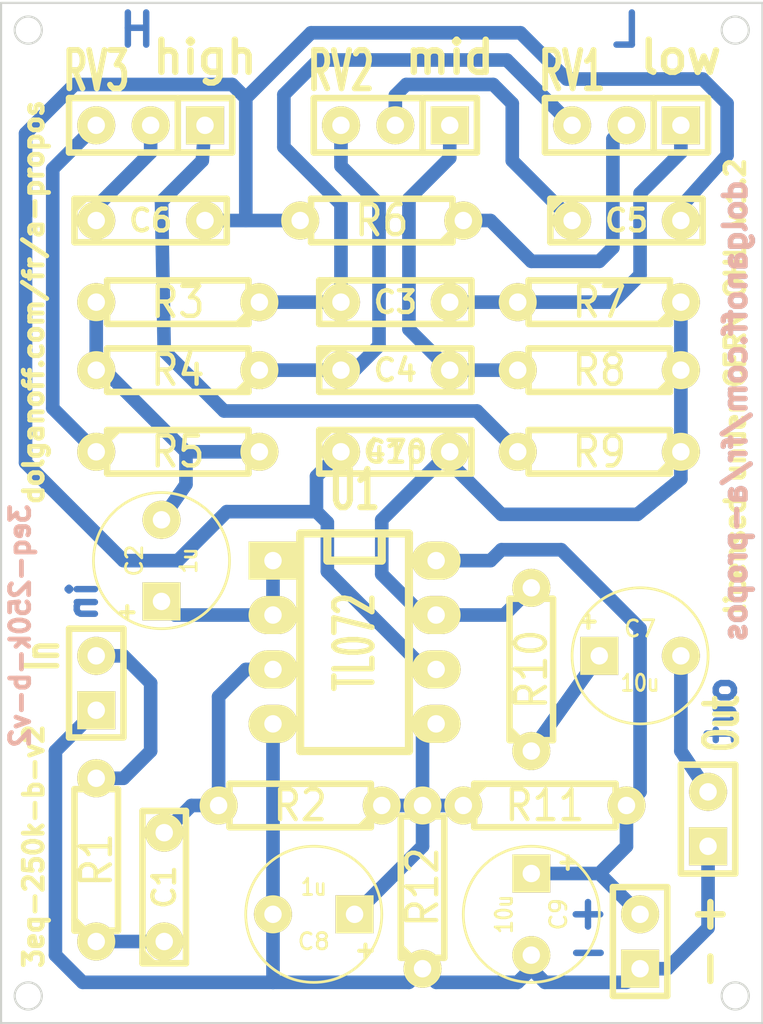
<source format=kicad_pcb>
(kicad_pcb (version 4) (host pcbnew "(2014-08-26 BZR 5101)-product")

  (general
    (links 46)
    (no_connects 0)
    (area 112.328325 75.97 148.005001 123.901708)
    (thickness 1.6)
    (drawings 26)
    (tracks 144)
    (zones 0)
    (modules 29)
    (nets 22)
  )

  (page A4)
  (layers
    (0 F.Cu signal)
    (31 B.Cu signal)
    (32 B.Adhes user hide)
    (33 F.Adhes user hide)
    (34 B.Paste user hide)
    (35 F.Paste user hide)
    (36 B.SilkS user)
    (37 F.SilkS user)
    (38 B.Mask user)
    (39 F.Mask user)
    (40 Dwgs.User user)
    (41 Cmts.User user hide)
    (42 Eco1.User user hide)
    (43 Eco2.User user hide)
    (44 Edge.Cuts user)
    (45 Margin user hide)
    (46 B.CrtYd user hide)
    (47 F.CrtYd user hide)
    (48 B.Fab user hide)
    (49 F.Fab user hide)
  )

  (setup
    (last_trace_width 0.635)
    (trace_clearance 0.508)
    (zone_clearance 0.508)
    (zone_45_only no)
    (trace_min 0.254)
    (segment_width 0.2)
    (edge_width 0.1)
    (via_size 0.889)
    (via_drill 0.635)
    (via_min_size 0.889)
    (via_min_drill 0.508)
    (uvia_size 0.508)
    (uvia_drill 0.127)
    (uvias_allowed no)
    (uvia_min_size 0.508)
    (uvia_min_drill 0.127)
    (pcb_text_width 0.3)
    (pcb_text_size 1.5 1.5)
    (mod_edge_width 0.15)
    (mod_text_size 1 1)
    (mod_text_width 0.15)
    (pad_size 1.5 1.5)
    (pad_drill 0.6)
    (pad_to_mask_clearance 0)
    (aux_axis_origin 0 0)
    (visible_elements 7FFDFFFF)
    (pcbplotparams
      (layerselection 0x010f0_80000001)
      (usegerberextensions true)
      (excludeedgelayer false)
      (linewidth 0.100000)
      (plotframeref false)
      (viasonmask false)
      (mode 1)
      (useauxorigin false)
      (hpglpennumber 1)
      (hpglpenspeed 20)
      (hpglpendiameter 15)
      (hpglpenoverlay 2)
      (psnegative false)
      (psa4output false)
      (plotreference false)
      (plotvalue true)
      (plotinvisibletext true)
      (padsonsilk true)
      (subtractmaskfromsilk true)
      (outputformat 1)
      (mirror false)
      (drillshape 0)
      (scaleselection 1)
      (outputdirectory plots/))
  )

  (net 0 "")
  (net 1 "Net-(C1-Pad1)")
  (net 2 "Net-(C1-Pad2)")
  (net 3 "Net-(C2-Pad1)")
  (net 4 "Net-(C2-Pad2)")
  (net 5 "Net-(C3-Pad1)")
  (net 6 "Net-(C3-Pad2)")
  (net 7 "Net-(C4-Pad1)")
  (net 8 "Net-(C4-Pad2)")
  (net 9 "Net-(C5-Pad1)")
  (net 10 "Net-(C6-Pad1)")
  (net 11 "Net-(C7-Pad1)")
  (net 12 "Net-(C7-Pad2)")
  (net 13 vRef)
  (net 14 GND)
  (net 15 v+)
  (net 16 "Net-(P1-Pad2)")
  (net 17 "Net-(R5-Pad1)")
  (net 18 "Net-(R6-Pad1)")
  (net 19 "Net-(R9-Pad2)")
  (net 20 "Net-(C10-Pad1)")
  (net 21 "Net-(C10-Pad2)")

  (net_class Default "This is the default net class."
    (clearance 0.508)
    (trace_width 0.635)
    (via_dia 0.889)
    (via_drill 0.635)
    (uvia_dia 0.508)
    (uvia_drill 0.127)
    (add_net GND)
    (add_net "Net-(C1-Pad1)")
    (add_net "Net-(C1-Pad2)")
    (add_net "Net-(C10-Pad1)")
    (add_net "Net-(C10-Pad2)")
    (add_net "Net-(C2-Pad1)")
    (add_net "Net-(C2-Pad2)")
    (add_net "Net-(C3-Pad1)")
    (add_net "Net-(C3-Pad2)")
    (add_net "Net-(C4-Pad1)")
    (add_net "Net-(C4-Pad2)")
    (add_net "Net-(C5-Pad1)")
    (add_net "Net-(C6-Pad1)")
    (add_net "Net-(C7-Pad1)")
    (add_net "Net-(C7-Pad2)")
    (add_net "Net-(P1-Pad2)")
    (add_net "Net-(R5-Pad1)")
    (add_net "Net-(R6-Pad1)")
    (add_net "Net-(R9-Pad2)")
    (add_net v+)
    (add_net vRef)
  )

  (module Custom:C2-LARGE_PADS (layer F.Cu) (tedit 51B5A1DF) (tstamp 53FDE2E0)
    (at 120.015 117.475 90)
    (descr "Condensateur = 2 pas")
    (tags C)
    (path /53FDBB5C)
    (fp_text reference C1 (at 0 0 90) (layer F.SilkS)
      (effects (font (size 1.016 1.016) (thickness 0.2032)))
    )
    (fp_text value 0.1u (at 0 0 90) (layer F.SilkS) hide
      (effects (font (size 1.016 1.016) (thickness 0.2032)))
    )
    (fp_line (start -3.556 -1.016) (end 3.556 -1.016) (layer F.SilkS) (width 0.3048))
    (fp_line (start 3.556 -1.016) (end 3.556 1.016) (layer F.SilkS) (width 0.3048))
    (fp_line (start 3.556 1.016) (end -3.556 1.016) (layer F.SilkS) (width 0.3048))
    (fp_line (start -3.556 1.016) (end -3.556 -1.016) (layer F.SilkS) (width 0.3048))
    (fp_line (start -3.556 -0.508) (end -3.048 -1.016) (layer F.SilkS) (width 0.3048))
    (pad 1 thru_hole circle (at -2.54 0 90) (size 1.778 1.778) (drill 0.8128) (layers *.Cu *.Mask F.SilkS)
      (net 1 "Net-(C1-Pad1)"))
    (pad 2 thru_hole circle (at 2.54 0 90) (size 1.778 1.778) (drill 0.8128) (layers *.Cu *.Mask F.SilkS)
      (net 2 "Net-(C1-Pad2)"))
    (model discret/capa_2pas_5x5mm.wrl
      (at (xyz 0 0 0))
      (scale (xyz 1 1 1))
      (rotate (xyz 0 0 0))
    )
  )

  (module Custom:C1.5V7-LARGE_PADS (layer F.Cu) (tedit 53FDDD10) (tstamp 53FDE2E8)
    (at 119.888 102.235 90)
    (descr "Condensateur e = 1.5 pas")
    (tags C)
    (path /53FE7685)
    (fp_text reference C2 (at 0 -1.26746 90) (layer F.SilkS)
      (effects (font (size 0.762 0.762) (thickness 0.127)))
    )
    (fp_text value 1u (at 0 1.27 90) (layer F.SilkS)
      (effects (font (size 0.762 0.635) (thickness 0.127)))
    )
    (fp_text user + (at -2.413 -1.651 90) (layer F.SilkS)
      (effects (font (size 0.762 0.762) (thickness 0.2032)))
    )
    (fp_circle (center 0 0) (end 0.127 -3.175) (layer F.SilkS) (width 0.127))
    (pad 1 thru_hole rect (at -1.905 0 90) (size 1.778 1.778) (drill 0.8128) (layers *.Cu *.Mask F.SilkS)
      (net 3 "Net-(C2-Pad1)"))
    (pad 2 thru_hole circle (at 1.905 0 90) (size 1.778 1.778) (drill 0.8128) (layers *.Cu *.Mask F.SilkS)
      (net 4 "Net-(C2-Pad2)"))
    (model discret/c_vert_c1v5.wrl
      (at (xyz 0 0 0))
      (scale (xyz 1.5 1.5 1.5))
      (rotate (xyz 0 0 0))
    )
  )

  (module Custom:C2-LARGE_PADS (layer F.Cu) (tedit 51B5A1DF) (tstamp 53FDE2F3)
    (at 130.81 90.17)
    (descr "Condensateur = 2 pas")
    (tags C)
    (path /53FDC2BE)
    (fp_text reference C3 (at 0 0) (layer F.SilkS)
      (effects (font (size 1.016 1.016) (thickness 0.2032)))
    )
    (fp_text value 10n (at 0 0) (layer F.SilkS) hide
      (effects (font (size 1.016 1.016) (thickness 0.2032)))
    )
    (fp_line (start -3.556 -1.016) (end 3.556 -1.016) (layer F.SilkS) (width 0.3048))
    (fp_line (start 3.556 -1.016) (end 3.556 1.016) (layer F.SilkS) (width 0.3048))
    (fp_line (start 3.556 1.016) (end -3.556 1.016) (layer F.SilkS) (width 0.3048))
    (fp_line (start -3.556 1.016) (end -3.556 -1.016) (layer F.SilkS) (width 0.3048))
    (fp_line (start -3.556 -0.508) (end -3.048 -1.016) (layer F.SilkS) (width 0.3048))
    (pad 1 thru_hole circle (at -2.54 0) (size 1.778 1.778) (drill 0.8128) (layers *.Cu *.Mask F.SilkS)
      (net 5 "Net-(C3-Pad1)"))
    (pad 2 thru_hole circle (at 2.54 0) (size 1.778 1.778) (drill 0.8128) (layers *.Cu *.Mask F.SilkS)
      (net 6 "Net-(C3-Pad2)"))
    (model discret/capa_2pas_5x5mm.wrl
      (at (xyz 0 0 0))
      (scale (xyz 1 1 1))
      (rotate (xyz 0 0 0))
    )
  )

  (module Custom:C2-LARGE_PADS (layer F.Cu) (tedit 51B5A1DF) (tstamp 53FDE2FE)
    (at 130.81 93.345)
    (descr "Condensateur = 2 pas")
    (tags C)
    (path /53FDC47C)
    (fp_text reference C4 (at 0 0) (layer F.SilkS)
      (effects (font (size 1.016 1.016) (thickness 0.2032)))
    )
    (fp_text value 1.5n (at 0 0) (layer F.SilkS) hide
      (effects (font (size 1.016 1.016) (thickness 0.2032)))
    )
    (fp_line (start -3.556 -1.016) (end 3.556 -1.016) (layer F.SilkS) (width 0.3048))
    (fp_line (start 3.556 -1.016) (end 3.556 1.016) (layer F.SilkS) (width 0.3048))
    (fp_line (start 3.556 1.016) (end -3.556 1.016) (layer F.SilkS) (width 0.3048))
    (fp_line (start -3.556 1.016) (end -3.556 -1.016) (layer F.SilkS) (width 0.3048))
    (fp_line (start -3.556 -0.508) (end -3.048 -1.016) (layer F.SilkS) (width 0.3048))
    (pad 1 thru_hole circle (at -2.54 0) (size 1.778 1.778) (drill 0.8128) (layers *.Cu *.Mask F.SilkS)
      (net 7 "Net-(C4-Pad1)"))
    (pad 2 thru_hole circle (at 2.54 0) (size 1.778 1.778) (drill 0.8128) (layers *.Cu *.Mask F.SilkS)
      (net 8 "Net-(C4-Pad2)"))
    (model discret/capa_2pas_5x5mm.wrl
      (at (xyz 0 0 0))
      (scale (xyz 1 1 1))
      (rotate (xyz 0 0 0))
    )
  )

  (module Custom:C2-LARGE_PADS (layer F.Cu) (tedit 51B5A1DF) (tstamp 53FDE309)
    (at 141.605 86.36)
    (descr "Condensateur = 2 pas")
    (tags C)
    (path /53FDCAA8)
    (fp_text reference C5 (at 0 0) (layer F.SilkS)
      (effects (font (size 1.016 1.016) (thickness 0.2032)))
    )
    (fp_text value 4.7n (at 0 0) (layer F.SilkS) hide
      (effects (font (size 1.016 1.016) (thickness 0.2032)))
    )
    (fp_line (start -3.556 -1.016) (end 3.556 -1.016) (layer F.SilkS) (width 0.3048))
    (fp_line (start 3.556 -1.016) (end 3.556 1.016) (layer F.SilkS) (width 0.3048))
    (fp_line (start 3.556 1.016) (end -3.556 1.016) (layer F.SilkS) (width 0.3048))
    (fp_line (start -3.556 1.016) (end -3.556 -1.016) (layer F.SilkS) (width 0.3048))
    (fp_line (start -3.556 -0.508) (end -3.048 -1.016) (layer F.SilkS) (width 0.3048))
    (pad 1 thru_hole circle (at -2.54 0) (size 1.778 1.778) (drill 0.8128) (layers *.Cu *.Mask F.SilkS)
      (net 9 "Net-(C5-Pad1)"))
    (pad 2 thru_hole circle (at 2.54 0) (size 1.778 1.778) (drill 0.8128) (layers *.Cu *.Mask F.SilkS)
      (net 20 "Net-(C10-Pad1)"))
    (model discret/capa_2pas_5x5mm.wrl
      (at (xyz 0 0 0))
      (scale (xyz 1 1 1))
      (rotate (xyz 0 0 0))
    )
  )

  (module Custom:C2-LARGE_PADS (layer F.Cu) (tedit 51B5A1DF) (tstamp 53FDE314)
    (at 119.38 86.36)
    (descr "Condensateur = 2 pas")
    (tags C)
    (path /53FDCDDD)
    (fp_text reference C6 (at 0 0) (layer F.SilkS)
      (effects (font (size 1.016 1.016) (thickness 0.2032)))
    )
    (fp_text value 1n (at 0 0) (layer F.SilkS) hide
      (effects (font (size 1.016 1.016) (thickness 0.2032)))
    )
    (fp_line (start -3.556 -1.016) (end 3.556 -1.016) (layer F.SilkS) (width 0.3048))
    (fp_line (start 3.556 -1.016) (end 3.556 1.016) (layer F.SilkS) (width 0.3048))
    (fp_line (start 3.556 1.016) (end -3.556 1.016) (layer F.SilkS) (width 0.3048))
    (fp_line (start -3.556 1.016) (end -3.556 -1.016) (layer F.SilkS) (width 0.3048))
    (fp_line (start -3.556 -0.508) (end -3.048 -1.016) (layer F.SilkS) (width 0.3048))
    (pad 1 thru_hole circle (at -2.54 0) (size 1.778 1.778) (drill 0.8128) (layers *.Cu *.Mask F.SilkS)
      (net 10 "Net-(C6-Pad1)"))
    (pad 2 thru_hole circle (at 2.54 0) (size 1.778 1.778) (drill 0.8128) (layers *.Cu *.Mask F.SilkS)
      (net 20 "Net-(C10-Pad1)"))
    (model discret/capa_2pas_5x5mm.wrl
      (at (xyz 0 0 0))
      (scale (xyz 1 1 1))
      (rotate (xyz 0 0 0))
    )
  )

  (module Custom:C1.5V7-LARGE_PADS (layer F.Cu) (tedit 53FDDD10) (tstamp 53FFC72C)
    (at 142.24 106.68)
    (descr "Condensateur e = 1.5 pas")
    (tags C)
    (path /53FDE111)
    (fp_text reference C7 (at 0 -1.26746) (layer F.SilkS)
      (effects (font (size 0.762 0.762) (thickness 0.127)))
    )
    (fp_text value 10u (at 0 1.27) (layer F.SilkS)
      (effects (font (size 0.762 0.635) (thickness 0.127)))
    )
    (fp_text user + (at -2.413 -1.651) (layer F.SilkS)
      (effects (font (size 0.762 0.762) (thickness 0.2032)))
    )
    (fp_circle (center 0 0) (end 0.127 -3.175) (layer F.SilkS) (width 0.127))
    (pad 1 thru_hole rect (at -1.905 0) (size 1.778 1.778) (drill 0.8128) (layers *.Cu *.Mask F.SilkS)
      (net 11 "Net-(C7-Pad1)"))
    (pad 2 thru_hole circle (at 1.905 0) (size 1.778 1.778) (drill 0.8128) (layers *.Cu *.Mask F.SilkS)
      (net 12 "Net-(C7-Pad2)"))
    (model discret/c_vert_c1v5.wrl
      (at (xyz 0 0 0))
      (scale (xyz 1.5 1.5 1.5))
      (rotate (xyz 0 0 0))
    )
  )

  (module Custom:C1.5V7-LARGE_PADS (layer F.Cu) (tedit 53FDDD10) (tstamp 53FDE324)
    (at 127 118.745 180)
    (descr "Condensateur e = 1.5 pas")
    (tags C)
    (path /53FDFA0B)
    (fp_text reference C8 (at 0 -1.26746 180) (layer F.SilkS)
      (effects (font (size 0.762 0.762) (thickness 0.127)))
    )
    (fp_text value 1u (at 0 1.27 180) (layer F.SilkS)
      (effects (font (size 0.762 0.635) (thickness 0.127)))
    )
    (fp_text user + (at -2.413 -1.651 180) (layer F.SilkS)
      (effects (font (size 0.762 0.762) (thickness 0.2032)))
    )
    (fp_circle (center 0 0) (end 0.127 -3.175) (layer F.SilkS) (width 0.127))
    (pad 1 thru_hole rect (at -1.905 0 180) (size 1.778 1.778) (drill 0.8128) (layers *.Cu *.Mask F.SilkS)
      (net 13 vRef))
    (pad 2 thru_hole circle (at 1.905 0 180) (size 1.778 1.778) (drill 0.8128) (layers *.Cu *.Mask F.SilkS)
      (net 14 GND))
    (model discret/c_vert_c1v5.wrl
      (at (xyz 0 0 0))
      (scale (xyz 1.5 1.5 1.5))
      (rotate (xyz 0 0 0))
    )
  )

  (module Custom:C1.5V7-LARGE_PADS (layer F.Cu) (tedit 53FDDD10) (tstamp 53FDE32C)
    (at 137.16 118.745 270)
    (descr "Condensateur e = 1.5 pas")
    (tags C)
    (path /53FDFBF8)
    (fp_text reference C9 (at 0 -1.26746 270) (layer F.SilkS)
      (effects (font (size 0.762 0.762) (thickness 0.127)))
    )
    (fp_text value 10u (at 0 1.27 270) (layer F.SilkS)
      (effects (font (size 0.762 0.635) (thickness 0.127)))
    )
    (fp_text user + (at -2.413 -1.651 270) (layer F.SilkS)
      (effects (font (size 0.762 0.762) (thickness 0.2032)))
    )
    (fp_circle (center 0 0) (end 0.127 -3.175) (layer F.SilkS) (width 0.127))
    (pad 1 thru_hole rect (at -1.905 0 270) (size 1.778 1.778) (drill 0.8128) (layers *.Cu *.Mask F.SilkS)
      (net 15 v+))
    (pad 2 thru_hole circle (at 1.905 0 270) (size 1.778 1.778) (drill 0.8128) (layers *.Cu *.Mask F.SilkS)
      (net 14 GND))
    (model discret/c_vert_c1v5.wrl
      (at (xyz 0 0 0))
      (scale (xyz 1.5 1.5 1.5))
      (rotate (xyz 0 0 0))
    )
  )

  (module Custom:SIL-2-LARGE_PADS (layer F.Cu) (tedit 53FE459A) (tstamp 53FDE336)
    (at 116.84 107.95 90)
    (descr "Connecteurs 2 pins")
    (tags "CONN DEV")
    (path /53FDEDC6)
    (fp_text reference P1 (at 0 -2.54 90) (layer F.SilkS) hide
      (effects (font (size 1.72974 1.08712) (thickness 0.27178)))
    )
    (fp_text value In (at 1.27 -2.54 90) (layer F.SilkS)
      (effects (font (size 1.524 1.016) (thickness 0.254)))
    )
    (fp_line (start -2.54 1.27) (end -2.54 -1.27) (layer F.SilkS) (width 0.3048))
    (fp_line (start -2.54 -1.27) (end 2.54 -1.27) (layer F.SilkS) (width 0.3048))
    (fp_line (start 2.54 -1.27) (end 2.54 1.27) (layer F.SilkS) (width 0.3048))
    (fp_line (start 2.54 1.27) (end -2.54 1.27) (layer F.SilkS) (width 0.3048))
    (pad 1 thru_hole rect (at -1.27 0 90) (size 1.778 1.778) (drill 0.8128) (layers *.Cu *.Mask F.SilkS)
      (net 14 GND))
    (pad 2 thru_hole circle (at 1.27 0 90) (size 1.778 1.778) (drill 0.8128) (layers *.Cu *.Mask F.SilkS)
      (net 16 "Net-(P1-Pad2)"))
  )

  (module Custom:SIL-2-LARGE_PADS (layer F.Cu) (tedit 53FE45B1) (tstamp 53FDE340)
    (at 145.415 114.3 90)
    (descr "Connecteurs 2 pins")
    (tags "CONN DEV")
    (path /53FDE8A1)
    (fp_text reference P2 (at 2.54 -2.54 90) (layer F.SilkS) hide
      (effects (font (size 1.72974 1.08712) (thickness 0.27178)))
    )
    (fp_text value Out (at 4.445 0.635 90) (layer F.SilkS)
      (effects (font (size 1.524 1.016) (thickness 0.254)))
    )
    (fp_line (start -2.54 1.27) (end -2.54 -1.27) (layer F.SilkS) (width 0.3048))
    (fp_line (start -2.54 -1.27) (end 2.54 -1.27) (layer F.SilkS) (width 0.3048))
    (fp_line (start 2.54 -1.27) (end 2.54 1.27) (layer F.SilkS) (width 0.3048))
    (fp_line (start 2.54 1.27) (end -2.54 1.27) (layer F.SilkS) (width 0.3048))
    (pad 1 thru_hole rect (at -1.27 0 90) (size 1.778 1.778) (drill 0.8128) (layers *.Cu *.Mask F.SilkS)
      (net 14 GND))
    (pad 2 thru_hole circle (at 1.27 0 90) (size 1.778 1.778) (drill 0.8128) (layers *.Cu *.Mask F.SilkS)
      (net 12 "Net-(C7-Pad2)"))
  )

  (module Custom:SIL-2-LARGE_PADS (layer F.Cu) (tedit 5400644D) (tstamp 53FDE34A)
    (at 142.24 120.015 90)
    (descr "Connecteurs 2 pins")
    (tags "CONN DEV")
    (path /53FE0641)
    (fp_text reference P3 (at -2.032 -2.54 90) (layer F.SilkS) hide
      (effects (font (size 1.72974 1.08712) (thickness 0.27178)))
    )
    (fp_text value Power (at 1.397 -2.286 90) (layer F.SilkS) hide
      (effects (font (size 1.524 1.016) (thickness 0.3048)))
    )
    (fp_line (start -2.54 1.27) (end -2.54 -1.27) (layer F.SilkS) (width 0.3048))
    (fp_line (start -2.54 -1.27) (end 2.54 -1.27) (layer F.SilkS) (width 0.3048))
    (fp_line (start 2.54 -1.27) (end 2.54 1.27) (layer F.SilkS) (width 0.3048))
    (fp_line (start 2.54 1.27) (end -2.54 1.27) (layer F.SilkS) (width 0.3048))
    (pad 1 thru_hole rect (at -1.27 0 90) (size 1.778 1.778) (drill 0.8128) (layers *.Cu *.Mask F.SilkS)
      (net 14 GND))
    (pad 2 thru_hole circle (at 1.27 0 90) (size 1.778 1.778) (drill 0.8128) (layers *.Cu *.Mask F.SilkS)
      (net 15 v+))
  )

  (module Custom:R3-LARGE_PADS (layer F.Cu) (tedit 51B5A1F4) (tstamp 53FDE358)
    (at 116.84 116.205 90)
    (descr "Resitance 3 pas")
    (tags R)
    (path /53FDBB22)
    (autoplace_cost180 10)
    (fp_text reference R1 (at 0 0 90) (layer F.SilkS)
      (effects (font (size 1.397 1.27) (thickness 0.2032)))
    )
    (fp_text value 1K (at 0 0 90) (layer F.SilkS) hide
      (effects (font (size 1.397 1.27) (thickness 0.2032)))
    )
    (fp_line (start -3.81 0) (end -3.302 0) (layer F.SilkS) (width 0.3048))
    (fp_line (start 3.81 0) (end 3.302 0) (layer F.SilkS) (width 0.3048))
    (fp_line (start 3.302 0) (end 3.302 -1.016) (layer F.SilkS) (width 0.3048))
    (fp_line (start 3.302 -1.016) (end -3.302 -1.016) (layer F.SilkS) (width 0.3048))
    (fp_line (start -3.302 -1.016) (end -3.302 1.016) (layer F.SilkS) (width 0.3048))
    (fp_line (start -3.302 1.016) (end 3.302 1.016) (layer F.SilkS) (width 0.3048))
    (fp_line (start 3.302 1.016) (end 3.302 0) (layer F.SilkS) (width 0.3048))
    (fp_line (start -3.302 -0.508) (end -2.794 -1.016) (layer F.SilkS) (width 0.3048))
    (pad 1 thru_hole circle (at -3.81 0 90) (size 1.778 1.778) (drill 0.8128) (layers *.Cu *.Mask F.SilkS)
      (net 1 "Net-(C1-Pad1)"))
    (pad 2 thru_hole circle (at 3.81 0 90) (size 1.778 1.778) (drill 0.8128) (layers *.Cu *.Mask F.SilkS)
      (net 16 "Net-(P1-Pad2)"))
    (model discret/resistor.wrl
      (at (xyz 0 0 0))
      (scale (xyz 0.3 0.3 0.3))
      (rotate (xyz 0 0 0))
    )
  )

  (module Custom:R3-LARGE_PADS (layer F.Cu) (tedit 51B5A1F4) (tstamp 53FDE366)
    (at 126.365 113.665 180)
    (descr "Resitance 3 pas")
    (tags R)
    (path /53FDBBE1)
    (autoplace_cost180 10)
    (fp_text reference R2 (at 0 0 180) (layer F.SilkS)
      (effects (font (size 1.397 1.27) (thickness 0.2032)))
    )
    (fp_text value 5Meg (at 0 0 180) (layer F.SilkS) hide
      (effects (font (size 1.397 1.27) (thickness 0.2032)))
    )
    (fp_line (start -3.81 0) (end -3.302 0) (layer F.SilkS) (width 0.3048))
    (fp_line (start 3.81 0) (end 3.302 0) (layer F.SilkS) (width 0.3048))
    (fp_line (start 3.302 0) (end 3.302 -1.016) (layer F.SilkS) (width 0.3048))
    (fp_line (start 3.302 -1.016) (end -3.302 -1.016) (layer F.SilkS) (width 0.3048))
    (fp_line (start -3.302 -1.016) (end -3.302 1.016) (layer F.SilkS) (width 0.3048))
    (fp_line (start -3.302 1.016) (end 3.302 1.016) (layer F.SilkS) (width 0.3048))
    (fp_line (start 3.302 1.016) (end 3.302 0) (layer F.SilkS) (width 0.3048))
    (fp_line (start -3.302 -0.508) (end -2.794 -1.016) (layer F.SilkS) (width 0.3048))
    (pad 1 thru_hole circle (at -3.81 0 180) (size 1.778 1.778) (drill 0.8128) (layers *.Cu *.Mask F.SilkS)
      (net 13 vRef))
    (pad 2 thru_hole circle (at 3.81 0 180) (size 1.778 1.778) (drill 0.8128) (layers *.Cu *.Mask F.SilkS)
      (net 2 "Net-(C1-Pad2)"))
    (model discret/resistor.wrl
      (at (xyz 0 0 0))
      (scale (xyz 0.3 0.3 0.3))
      (rotate (xyz 0 0 0))
    )
  )

  (module Custom:R3-LARGE_PADS (layer F.Cu) (tedit 51B5A1F4) (tstamp 53FDE374)
    (at 120.65 90.17 180)
    (descr "Resitance 3 pas")
    (tags R)
    (path /53FDC007)
    (autoplace_cost180 10)
    (fp_text reference R3 (at 0 0 180) (layer F.SilkS)
      (effects (font (size 1.397 1.27) (thickness 0.2032)))
    )
    (fp_text value 47K (at 0 0 180) (layer F.SilkS) hide
      (effects (font (size 1.397 1.27) (thickness 0.2032)))
    )
    (fp_line (start -3.81 0) (end -3.302 0) (layer F.SilkS) (width 0.3048))
    (fp_line (start 3.81 0) (end 3.302 0) (layer F.SilkS) (width 0.3048))
    (fp_line (start 3.302 0) (end 3.302 -1.016) (layer F.SilkS) (width 0.3048))
    (fp_line (start 3.302 -1.016) (end -3.302 -1.016) (layer F.SilkS) (width 0.3048))
    (fp_line (start -3.302 -1.016) (end -3.302 1.016) (layer F.SilkS) (width 0.3048))
    (fp_line (start -3.302 1.016) (end 3.302 1.016) (layer F.SilkS) (width 0.3048))
    (fp_line (start 3.302 1.016) (end 3.302 0) (layer F.SilkS) (width 0.3048))
    (fp_line (start -3.302 -0.508) (end -2.794 -1.016) (layer F.SilkS) (width 0.3048))
    (pad 1 thru_hole circle (at -3.81 0 180) (size 1.778 1.778) (drill 0.8128) (layers *.Cu *.Mask F.SilkS)
      (net 5 "Net-(C3-Pad1)"))
    (pad 2 thru_hole circle (at 3.81 0 180) (size 1.778 1.778) (drill 0.8128) (layers *.Cu *.Mask F.SilkS)
      (net 4 "Net-(C2-Pad2)"))
    (model discret/resistor.wrl
      (at (xyz 0 0 0))
      (scale (xyz 0.3 0.3 0.3))
      (rotate (xyz 0 0 0))
    )
  )

  (module Custom:R3-LARGE_PADS (layer F.Cu) (tedit 51B5A1F4) (tstamp 53FDE382)
    (at 120.65 93.345 180)
    (descr "Resitance 3 pas")
    (tags R)
    (path /53FDC033)
    (autoplace_cost180 10)
    (fp_text reference R4 (at 0 0 180) (layer F.SilkS)
      (effects (font (size 1.397 1.27) (thickness 0.2032)))
    )
    (fp_text value 22K (at 0 0 180) (layer F.SilkS) hide
      (effects (font (size 1.397 1.27) (thickness 0.2032)))
    )
    (fp_line (start -3.81 0) (end -3.302 0) (layer F.SilkS) (width 0.3048))
    (fp_line (start 3.81 0) (end 3.302 0) (layer F.SilkS) (width 0.3048))
    (fp_line (start 3.302 0) (end 3.302 -1.016) (layer F.SilkS) (width 0.3048))
    (fp_line (start 3.302 -1.016) (end -3.302 -1.016) (layer F.SilkS) (width 0.3048))
    (fp_line (start -3.302 -1.016) (end -3.302 1.016) (layer F.SilkS) (width 0.3048))
    (fp_line (start -3.302 1.016) (end 3.302 1.016) (layer F.SilkS) (width 0.3048))
    (fp_line (start 3.302 1.016) (end 3.302 0) (layer F.SilkS) (width 0.3048))
    (fp_line (start -3.302 -0.508) (end -2.794 -1.016) (layer F.SilkS) (width 0.3048))
    (pad 1 thru_hole circle (at -3.81 0 180) (size 1.778 1.778) (drill 0.8128) (layers *.Cu *.Mask F.SilkS)
      (net 7 "Net-(C4-Pad1)"))
    (pad 2 thru_hole circle (at 3.81 0 180) (size 1.778 1.778) (drill 0.8128) (layers *.Cu *.Mask F.SilkS)
      (net 4 "Net-(C2-Pad2)"))
    (model discret/resistor.wrl
      (at (xyz 0 0 0))
      (scale (xyz 0.3 0.3 0.3))
      (rotate (xyz 0 0 0))
    )
  )

  (module Custom:R3-LARGE_PADS (layer F.Cu) (tedit 51B5A1F4) (tstamp 53FDE390)
    (at 120.65 97.155)
    (descr "Resitance 3 pas")
    (tags R)
    (path /53FDCD67)
    (autoplace_cost180 10)
    (fp_text reference R5 (at 0 0) (layer F.SilkS)
      (effects (font (size 1.397 1.27) (thickness 0.2032)))
    )
    (fp_text value 10K (at 0 0) (layer F.SilkS) hide
      (effects (font (size 1.397 1.27) (thickness 0.2032)))
    )
    (fp_line (start -3.81 0) (end -3.302 0) (layer F.SilkS) (width 0.3048))
    (fp_line (start 3.81 0) (end 3.302 0) (layer F.SilkS) (width 0.3048))
    (fp_line (start 3.302 0) (end 3.302 -1.016) (layer F.SilkS) (width 0.3048))
    (fp_line (start 3.302 -1.016) (end -3.302 -1.016) (layer F.SilkS) (width 0.3048))
    (fp_line (start -3.302 -1.016) (end -3.302 1.016) (layer F.SilkS) (width 0.3048))
    (fp_line (start -3.302 1.016) (end 3.302 1.016) (layer F.SilkS) (width 0.3048))
    (fp_line (start 3.302 1.016) (end 3.302 0) (layer F.SilkS) (width 0.3048))
    (fp_line (start -3.302 -0.508) (end -2.794 -1.016) (layer F.SilkS) (width 0.3048))
    (pad 1 thru_hole circle (at -3.81 0) (size 1.778 1.778) (drill 0.8128) (layers *.Cu *.Mask F.SilkS)
      (net 17 "Net-(R5-Pad1)"))
    (pad 2 thru_hole circle (at 3.81 0) (size 1.778 1.778) (drill 0.8128) (layers *.Cu *.Mask F.SilkS)
      (net 4 "Net-(C2-Pad2)"))
    (model discret/resistor.wrl
      (at (xyz 0 0 0))
      (scale (xyz 0.3 0.3 0.3))
      (rotate (xyz 0 0 0))
    )
  )

  (module Custom:R3-LARGE_PADS (layer F.Cu) (tedit 51B5A1F4) (tstamp 53FDE39E)
    (at 130.175 86.36 180)
    (descr "Resitance 3 pas")
    (tags R)
    (path /53FDC703)
    (autoplace_cost180 10)
    (fp_text reference R6 (at 0 0 180) (layer F.SilkS)
      (effects (font (size 1.397 1.27) (thickness 0.2032)))
    )
    (fp_text value 22K (at 0 0 180) (layer F.SilkS) hide
      (effects (font (size 1.397 1.27) (thickness 0.2032)))
    )
    (fp_line (start -3.81 0) (end -3.302 0) (layer F.SilkS) (width 0.3048))
    (fp_line (start 3.81 0) (end 3.302 0) (layer F.SilkS) (width 0.3048))
    (fp_line (start 3.302 0) (end 3.302 -1.016) (layer F.SilkS) (width 0.3048))
    (fp_line (start 3.302 -1.016) (end -3.302 -1.016) (layer F.SilkS) (width 0.3048))
    (fp_line (start -3.302 -1.016) (end -3.302 1.016) (layer F.SilkS) (width 0.3048))
    (fp_line (start -3.302 1.016) (end 3.302 1.016) (layer F.SilkS) (width 0.3048))
    (fp_line (start 3.302 1.016) (end 3.302 0) (layer F.SilkS) (width 0.3048))
    (fp_line (start -3.302 -0.508) (end -2.794 -1.016) (layer F.SilkS) (width 0.3048))
    (pad 1 thru_hole circle (at -3.81 0 180) (size 1.778 1.778) (drill 0.8128) (layers *.Cu *.Mask F.SilkS)
      (net 18 "Net-(R6-Pad1)"))
    (pad 2 thru_hole circle (at 3.81 0 180) (size 1.778 1.778) (drill 0.8128) (layers *.Cu *.Mask F.SilkS)
      (net 20 "Net-(C10-Pad1)"))
    (model discret/resistor.wrl
      (at (xyz 0 0 0))
      (scale (xyz 0.3 0.3 0.3))
      (rotate (xyz 0 0 0))
    )
  )

  (module Custom:R3-LARGE_PADS (layer F.Cu) (tedit 51B5A1F4) (tstamp 53FDE3AC)
    (at 140.335 90.17 180)
    (descr "Resitance 3 pas")
    (tags R)
    (path /53FDC2F0)
    (autoplace_cost180 10)
    (fp_text reference R7 (at 0 0 180) (layer F.SilkS)
      (effects (font (size 1.397 1.27) (thickness 0.2032)))
    )
    (fp_text value 47K (at 0 0 180) (layer F.SilkS) hide
      (effects (font (size 1.397 1.27) (thickness 0.2032)))
    )
    (fp_line (start -3.81 0) (end -3.302 0) (layer F.SilkS) (width 0.3048))
    (fp_line (start 3.81 0) (end 3.302 0) (layer F.SilkS) (width 0.3048))
    (fp_line (start 3.302 0) (end 3.302 -1.016) (layer F.SilkS) (width 0.3048))
    (fp_line (start 3.302 -1.016) (end -3.302 -1.016) (layer F.SilkS) (width 0.3048))
    (fp_line (start -3.302 -1.016) (end -3.302 1.016) (layer F.SilkS) (width 0.3048))
    (fp_line (start -3.302 1.016) (end 3.302 1.016) (layer F.SilkS) (width 0.3048))
    (fp_line (start 3.302 1.016) (end 3.302 0) (layer F.SilkS) (width 0.3048))
    (fp_line (start -3.302 -0.508) (end -2.794 -1.016) (layer F.SilkS) (width 0.3048))
    (pad 1 thru_hole circle (at -3.81 0 180) (size 1.778 1.778) (drill 0.8128) (layers *.Cu *.Mask F.SilkS)
      (net 21 "Net-(C10-Pad2)"))
    (pad 2 thru_hole circle (at 3.81 0 180) (size 1.778 1.778) (drill 0.8128) (layers *.Cu *.Mask F.SilkS)
      (net 6 "Net-(C3-Pad2)"))
    (model discret/resistor.wrl
      (at (xyz 0 0 0))
      (scale (xyz 0.3 0.3 0.3))
      (rotate (xyz 0 0 0))
    )
  )

  (module Custom:R3-LARGE_PADS (layer F.Cu) (tedit 51B5A1F4) (tstamp 53FDE3BA)
    (at 140.335 93.345 180)
    (descr "Resitance 3 pas")
    (tags R)
    (path /53FDC506)
    (autoplace_cost180 10)
    (fp_text reference R8 (at 0 0 180) (layer F.SilkS)
      (effects (font (size 1.397 1.27) (thickness 0.2032)))
    )
    (fp_text value 22K (at 0 0 180) (layer F.SilkS) hide
      (effects (font (size 1.397 1.27) (thickness 0.2032)))
    )
    (fp_line (start -3.81 0) (end -3.302 0) (layer F.SilkS) (width 0.3048))
    (fp_line (start 3.81 0) (end 3.302 0) (layer F.SilkS) (width 0.3048))
    (fp_line (start 3.302 0) (end 3.302 -1.016) (layer F.SilkS) (width 0.3048))
    (fp_line (start 3.302 -1.016) (end -3.302 -1.016) (layer F.SilkS) (width 0.3048))
    (fp_line (start -3.302 -1.016) (end -3.302 1.016) (layer F.SilkS) (width 0.3048))
    (fp_line (start -3.302 1.016) (end 3.302 1.016) (layer F.SilkS) (width 0.3048))
    (fp_line (start 3.302 1.016) (end 3.302 0) (layer F.SilkS) (width 0.3048))
    (fp_line (start -3.302 -0.508) (end -2.794 -1.016) (layer F.SilkS) (width 0.3048))
    (pad 1 thru_hole circle (at -3.81 0 180) (size 1.778 1.778) (drill 0.8128) (layers *.Cu *.Mask F.SilkS)
      (net 21 "Net-(C10-Pad2)"))
    (pad 2 thru_hole circle (at 3.81 0 180) (size 1.778 1.778) (drill 0.8128) (layers *.Cu *.Mask F.SilkS)
      (net 8 "Net-(C4-Pad2)"))
    (model discret/resistor.wrl
      (at (xyz 0 0 0))
      (scale (xyz 0.3 0.3 0.3))
      (rotate (xyz 0 0 0))
    )
  )

  (module Custom:R3-LARGE_PADS (layer F.Cu) (tedit 51B5A1F4) (tstamp 53FDE3C8)
    (at 140.335 97.155 180)
    (descr "Resitance 3 pas")
    (tags R)
    (path /53FDC064)
    (autoplace_cost180 10)
    (fp_text reference R9 (at 0 0 180) (layer F.SilkS)
      (effects (font (size 1.397 1.27) (thickness 0.2032)))
    )
    (fp_text value 10K (at 0 0 180) (layer F.SilkS) hide
      (effects (font (size 1.397 1.27) (thickness 0.2032)))
    )
    (fp_line (start -3.81 0) (end -3.302 0) (layer F.SilkS) (width 0.3048))
    (fp_line (start 3.81 0) (end 3.302 0) (layer F.SilkS) (width 0.3048))
    (fp_line (start 3.302 0) (end 3.302 -1.016) (layer F.SilkS) (width 0.3048))
    (fp_line (start 3.302 -1.016) (end -3.302 -1.016) (layer F.SilkS) (width 0.3048))
    (fp_line (start -3.302 -1.016) (end -3.302 1.016) (layer F.SilkS) (width 0.3048))
    (fp_line (start -3.302 1.016) (end 3.302 1.016) (layer F.SilkS) (width 0.3048))
    (fp_line (start 3.302 1.016) (end 3.302 0) (layer F.SilkS) (width 0.3048))
    (fp_line (start -3.302 -0.508) (end -2.794 -1.016) (layer F.SilkS) (width 0.3048))
    (pad 1 thru_hole circle (at -3.81 0 180) (size 1.778 1.778) (drill 0.8128) (layers *.Cu *.Mask F.SilkS)
      (net 21 "Net-(C10-Pad2)"))
    (pad 2 thru_hole circle (at 3.81 0 180) (size 1.778 1.778) (drill 0.8128) (layers *.Cu *.Mask F.SilkS)
      (net 19 "Net-(R9-Pad2)"))
    (model discret/resistor.wrl
      (at (xyz 0 0 0))
      (scale (xyz 0.3 0.3 0.3))
      (rotate (xyz 0 0 0))
    )
  )

  (module Custom:R3-LARGE_PADS (layer F.Cu) (tedit 51B5A1F4) (tstamp 53FDE3D6)
    (at 137.16 107.315 90)
    (descr "Resitance 3 pas")
    (tags R)
    (path /53FDE08B)
    (autoplace_cost180 10)
    (fp_text reference R10 (at 0 0 90) (layer F.SilkS)
      (effects (font (size 1.397 1.27) (thickness 0.2032)))
    )
    (fp_text value 500 (at 0 0 90) (layer F.SilkS) hide
      (effects (font (size 1.397 1.27) (thickness 0.2032)))
    )
    (fp_line (start -3.81 0) (end -3.302 0) (layer F.SilkS) (width 0.3048))
    (fp_line (start 3.81 0) (end 3.302 0) (layer F.SilkS) (width 0.3048))
    (fp_line (start 3.302 0) (end 3.302 -1.016) (layer F.SilkS) (width 0.3048))
    (fp_line (start 3.302 -1.016) (end -3.302 -1.016) (layer F.SilkS) (width 0.3048))
    (fp_line (start -3.302 -1.016) (end -3.302 1.016) (layer F.SilkS) (width 0.3048))
    (fp_line (start -3.302 1.016) (end 3.302 1.016) (layer F.SilkS) (width 0.3048))
    (fp_line (start 3.302 1.016) (end 3.302 0) (layer F.SilkS) (width 0.3048))
    (fp_line (start -3.302 -0.508) (end -2.794 -1.016) (layer F.SilkS) (width 0.3048))
    (pad 1 thru_hole circle (at -3.81 0 90) (size 1.778 1.778) (drill 0.8128) (layers *.Cu *.Mask F.SilkS)
      (net 11 "Net-(C7-Pad1)"))
    (pad 2 thru_hole circle (at 3.81 0 90) (size 1.778 1.778) (drill 0.8128) (layers *.Cu *.Mask F.SilkS)
      (net 21 "Net-(C10-Pad2)"))
    (model discret/resistor.wrl
      (at (xyz 0 0 0))
      (scale (xyz 0.3 0.3 0.3))
      (rotate (xyz 0 0 0))
    )
  )

  (module Custom:R3-LARGE_PADS (layer F.Cu) (tedit 51B5A1F4) (tstamp 53FDE3E4)
    (at 137.795 113.665)
    (descr "Resitance 3 pas")
    (tags R)
    (path /53FDF903)
    (autoplace_cost180 10)
    (fp_text reference R11 (at 0 0) (layer F.SilkS)
      (effects (font (size 1.397 1.27) (thickness 0.2032)))
    )
    (fp_text value 100K (at 0 0) (layer F.SilkS) hide
      (effects (font (size 1.397 1.27) (thickness 0.2032)))
    )
    (fp_line (start -3.81 0) (end -3.302 0) (layer F.SilkS) (width 0.3048))
    (fp_line (start 3.81 0) (end 3.302 0) (layer F.SilkS) (width 0.3048))
    (fp_line (start 3.302 0) (end 3.302 -1.016) (layer F.SilkS) (width 0.3048))
    (fp_line (start 3.302 -1.016) (end -3.302 -1.016) (layer F.SilkS) (width 0.3048))
    (fp_line (start -3.302 -1.016) (end -3.302 1.016) (layer F.SilkS) (width 0.3048))
    (fp_line (start -3.302 1.016) (end 3.302 1.016) (layer F.SilkS) (width 0.3048))
    (fp_line (start 3.302 1.016) (end 3.302 0) (layer F.SilkS) (width 0.3048))
    (fp_line (start -3.302 -0.508) (end -2.794 -1.016) (layer F.SilkS) (width 0.3048))
    (pad 1 thru_hole circle (at -3.81 0) (size 1.778 1.778) (drill 0.8128) (layers *.Cu *.Mask F.SilkS)
      (net 13 vRef))
    (pad 2 thru_hole circle (at 3.81 0) (size 1.778 1.778) (drill 0.8128) (layers *.Cu *.Mask F.SilkS)
      (net 15 v+))
    (model discret/resistor.wrl
      (at (xyz 0 0 0))
      (scale (xyz 0.3 0.3 0.3))
      (rotate (xyz 0 0 0))
    )
  )

  (module Custom:R3-LARGE_PADS (layer F.Cu) (tedit 51B5A1F4) (tstamp 53FDE3F2)
    (at 132.08 117.475 90)
    (descr "Resitance 3 pas")
    (tags R)
    (path /53FDF96E)
    (autoplace_cost180 10)
    (fp_text reference R12 (at 0 0 90) (layer F.SilkS)
      (effects (font (size 1.397 1.27) (thickness 0.2032)))
    )
    (fp_text value 100K (at 0 0 90) (layer F.SilkS) hide
      (effects (font (size 1.397 1.27) (thickness 0.2032)))
    )
    (fp_line (start -3.81 0) (end -3.302 0) (layer F.SilkS) (width 0.3048))
    (fp_line (start 3.81 0) (end 3.302 0) (layer F.SilkS) (width 0.3048))
    (fp_line (start 3.302 0) (end 3.302 -1.016) (layer F.SilkS) (width 0.3048))
    (fp_line (start 3.302 -1.016) (end -3.302 -1.016) (layer F.SilkS) (width 0.3048))
    (fp_line (start -3.302 -1.016) (end -3.302 1.016) (layer F.SilkS) (width 0.3048))
    (fp_line (start -3.302 1.016) (end 3.302 1.016) (layer F.SilkS) (width 0.3048))
    (fp_line (start 3.302 1.016) (end 3.302 0) (layer F.SilkS) (width 0.3048))
    (fp_line (start -3.302 -0.508) (end -2.794 -1.016) (layer F.SilkS) (width 0.3048))
    (pad 1 thru_hole circle (at -3.81 0 90) (size 1.778 1.778) (drill 0.8128) (layers *.Cu *.Mask F.SilkS)
      (net 14 GND))
    (pad 2 thru_hole circle (at 3.81 0 90) (size 1.778 1.778) (drill 0.8128) (layers *.Cu *.Mask F.SilkS)
      (net 13 vRef))
    (model discret/resistor.wrl
      (at (xyz 0 0 0))
      (scale (xyz 0.3 0.3 0.3))
      (rotate (xyz 0 0 0))
    )
  )

  (module Custom:SIL-3-LARGE_PADS (layer F.Cu) (tedit 53FE4770) (tstamp 53FDE3FE)
    (at 141.605 81.915 180)
    (descr "Connecteur 3 pins")
    (tags "CONN DEV")
    (path /53FDC298)
    (fp_text reference RV1 (at 2.54 2.54 180) (layer F.SilkS)
      (effects (font (size 1.7907 1.07696) (thickness 0.26924)))
    )
    (fp_text value "B 250K" (at 0 -2.286 180) (layer F.SilkS) hide
      (effects (font (size 1.524 1.016) (thickness 0.3048)))
    )
    (fp_line (start -3.81 1.27) (end -3.81 -1.27) (layer F.SilkS) (width 0.3048))
    (fp_line (start -3.81 -1.27) (end 3.81 -1.27) (layer F.SilkS) (width 0.3048))
    (fp_line (start 3.81 -1.27) (end 3.81 1.27) (layer F.SilkS) (width 0.3048))
    (fp_line (start 3.81 1.27) (end -3.81 1.27) (layer F.SilkS) (width 0.3048))
    (fp_line (start -1.27 -1.27) (end -1.27 1.27) (layer F.SilkS) (width 0.3048))
    (pad 1 thru_hole rect (at -2.54 0 180) (size 1.778 1.778) (drill 0.8128) (layers *.Cu *.Mask F.SilkS)
      (net 6 "Net-(C3-Pad2)"))
    (pad 2 thru_hole circle (at 0 0 180) (size 1.778 1.778) (drill 0.8128) (layers *.Cu *.Mask F.SilkS)
      (net 18 "Net-(R6-Pad1)"))
    (pad 3 thru_hole circle (at 2.54 0 180) (size 1.778 1.778) (drill 0.8128) (layers *.Cu *.Mask F.SilkS)
      (net 5 "Net-(C3-Pad1)"))
  )

  (module Custom:SIL-3-LARGE_PADS (layer F.Cu) (tedit 53FE476D) (tstamp 53FDE40A)
    (at 130.81 81.915 180)
    (descr "Connecteur 3 pins")
    (tags "CONN DEV")
    (path /53FDC4B0)
    (fp_text reference RV2 (at 2.54 2.54 180) (layer F.SilkS)
      (effects (font (size 1.7907 1.07696) (thickness 0.26924)))
    )
    (fp_text value "B 250K" (at 0 -2.286 180) (layer F.SilkS) hide
      (effects (font (size 1.524 1.016) (thickness 0.3048)))
    )
    (fp_line (start -3.81 1.27) (end -3.81 -1.27) (layer F.SilkS) (width 0.3048))
    (fp_line (start -3.81 -1.27) (end 3.81 -1.27) (layer F.SilkS) (width 0.3048))
    (fp_line (start 3.81 -1.27) (end 3.81 1.27) (layer F.SilkS) (width 0.3048))
    (fp_line (start 3.81 1.27) (end -3.81 1.27) (layer F.SilkS) (width 0.3048))
    (fp_line (start -1.27 -1.27) (end -1.27 1.27) (layer F.SilkS) (width 0.3048))
    (pad 1 thru_hole rect (at -2.54 0 180) (size 1.778 1.778) (drill 0.8128) (layers *.Cu *.Mask F.SilkS)
      (net 8 "Net-(C4-Pad2)"))
    (pad 2 thru_hole circle (at 0 0 180) (size 1.778 1.778) (drill 0.8128) (layers *.Cu *.Mask F.SilkS)
      (net 9 "Net-(C5-Pad1)"))
    (pad 3 thru_hole circle (at 2.54 0 180) (size 1.778 1.778) (drill 0.8128) (layers *.Cu *.Mask F.SilkS)
      (net 7 "Net-(C4-Pad1)"))
  )

  (module Custom:SIL-3-LARGE_PADS (layer F.Cu) (tedit 53FE476A) (tstamp 53FDE416)
    (at 119.38 81.915 180)
    (descr "Connecteur 3 pins")
    (tags "CONN DEV")
    (path /53FDCA38)
    (fp_text reference RV3 (at 2.54 2.54 180) (layer F.SilkS)
      (effects (font (size 1.7907 1.07696) (thickness 0.26924)))
    )
    (fp_text value "B 250K" (at 0 -2.286 180) (layer F.SilkS) hide
      (effects (font (size 1.524 1.016) (thickness 0.3048)))
    )
    (fp_line (start -3.81 1.27) (end -3.81 -1.27) (layer F.SilkS) (width 0.3048))
    (fp_line (start -3.81 -1.27) (end 3.81 -1.27) (layer F.SilkS) (width 0.3048))
    (fp_line (start 3.81 -1.27) (end 3.81 1.27) (layer F.SilkS) (width 0.3048))
    (fp_line (start 3.81 1.27) (end -3.81 1.27) (layer F.SilkS) (width 0.3048))
    (fp_line (start -1.27 -1.27) (end -1.27 1.27) (layer F.SilkS) (width 0.3048))
    (pad 1 thru_hole rect (at -2.54 0 180) (size 1.778 1.778) (drill 0.8128) (layers *.Cu *.Mask F.SilkS)
      (net 19 "Net-(R9-Pad2)"))
    (pad 2 thru_hole circle (at 0 0 180) (size 1.778 1.778) (drill 0.8128) (layers *.Cu *.Mask F.SilkS)
      (net 10 "Net-(C6-Pad1)"))
    (pad 3 thru_hole circle (at 2.54 0 180) (size 1.778 1.778) (drill 0.8128) (layers *.Cu *.Mask F.SilkS)
      (net 17 "Net-(R5-Pad1)"))
  )

  (module Custom:DIP-8_LARGE_PADS (layer F.Cu) (tedit 53FF0A7B) (tstamp 53FE25BF)
    (at 128.905 106.045 270)
    (descr "8 pins DIL package, elliptical pads")
    (tags DIL)
    (path /53FDBA23)
    (fp_text reference U1 (at -7.112 0 360) (layer F.SilkS)
      (effects (font (size 1.778 1.143) (thickness 0.3048)))
    )
    (fp_text value TL072 (at 0 0 270) (layer F.SilkS)
      (effects (font (size 1.778 1.016) (thickness 0.3048)))
    )
    (fp_line (start -5.08 -1.27) (end -3.81 -1.27) (layer F.SilkS) (width 0.381))
    (fp_line (start -3.81 -1.27) (end -3.81 1.27) (layer F.SilkS) (width 0.381))
    (fp_line (start -3.81 1.27) (end -5.08 1.27) (layer F.SilkS) (width 0.381))
    (fp_line (start -5.08 -2.54) (end 5.08 -2.54) (layer F.SilkS) (width 0.381))
    (fp_line (start 5.08 -2.54) (end 5.08 2.54) (layer F.SilkS) (width 0.381))
    (fp_line (start 5.08 2.54) (end -5.08 2.54) (layer F.SilkS) (width 0.381))
    (fp_line (start -5.08 2.54) (end -5.08 -2.54) (layer F.SilkS) (width 0.381))
    (pad 1 thru_hole rect (at -3.81 3.81 270) (size 1.778 2.286) (drill 0.8128) (layers *.Cu *.Mask F.SilkS)
      (net 3 "Net-(C2-Pad1)"))
    (pad 2 thru_hole oval (at -1.27 3.81 270) (size 1.778 2.286) (drill 0.8128) (layers *.Cu *.Mask F.SilkS)
      (net 3 "Net-(C2-Pad1)"))
    (pad 3 thru_hole oval (at 1.27 3.81 270) (size 1.778 2.286) (drill 0.8128) (layers *.Cu *.Mask F.SilkS)
      (net 2 "Net-(C1-Pad2)"))
    (pad 4 thru_hole oval (at 3.81 3.81 270) (size 1.778 2.286) (drill 0.8128) (layers *.Cu *.Mask F.SilkS)
      (net 14 GND))
    (pad 5 thru_hole oval (at 3.81 -3.81 270) (size 1.778 2.286) (drill 0.8128) (layers *.Cu *.Mask F.SilkS)
      (net 13 vRef))
    (pad 6 thru_hole oval (at 1.27 -3.81 270) (size 1.778 2.286) (drill 0.8128) (layers *.Cu *.Mask F.SilkS)
      (net 20 "Net-(C10-Pad1)"))
    (pad 7 thru_hole oval (at -1.27 -3.81 270) (size 1.778 2.286) (drill 0.8128) (layers *.Cu *.Mask F.SilkS)
      (net 21 "Net-(C10-Pad2)"))
    (pad 8 thru_hole oval (at -3.81 -3.81 270) (size 1.778 2.286) (drill 0.8128) (layers *.Cu *.Mask F.SilkS)
      (net 15 v+))
    (model dil/dil_8.wrl
      (at (xyz 0 0 0))
      (scale (xyz 1 1 1))
      (rotate (xyz 0 0 0))
    )
  )

  (module Custom:C2-LARGE_PADS (layer F.Cu) (tedit 53FE4528) (tstamp 5403276C)
    (at 130.81 97.155)
    (descr "Condensateur = 2 pas")
    (tags C)
    (path /540373E3)
    (fp_text reference C10 (at 0 0) (layer F.SilkS)
      (effects (font (size 1.016 1.016) (thickness 0.2032)))
    )
    (fp_text value 47p (at 0 0) (layer F.SilkS)
      (effects (font (size 1.016 1.016) (thickness 0.2032)))
    )
    (fp_line (start -3.556 -1.016) (end 3.556 -1.016) (layer F.SilkS) (width 0.3048))
    (fp_line (start 3.556 -1.016) (end 3.556 1.016) (layer F.SilkS) (width 0.3048))
    (fp_line (start 3.556 1.016) (end -3.556 1.016) (layer F.SilkS) (width 0.3048))
    (fp_line (start -3.556 1.016) (end -3.556 -1.016) (layer F.SilkS) (width 0.3048))
    (fp_line (start -3.556 -0.508) (end -3.048 -1.016) (layer F.SilkS) (width 0.3048))
    (pad 1 thru_hole circle (at -2.54 0) (size 1.778 1.778) (drill 0.8128) (layers *.Cu *.Mask F.SilkS)
      (net 20 "Net-(C10-Pad1)"))
    (pad 2 thru_hole circle (at 2.54 0) (size 1.778 1.778) (drill 0.8128) (layers *.Cu *.Mask F.SilkS)
      (net 21 "Net-(C10-Pad2)"))
    (model discret/capa_2pas_5x5mm.wrl
      (at (xyz 0 0 0))
      (scale (xyz 1 1 1))
      (rotate (xyz 0 0 0))
    )
  )

  (gr_text 3eq-250k-b-v2 (at 113.919 115.57 90) (layer F.SilkS)
    (effects (font (size 0.889 0.889) (thickness 0.22225)))
  )
  (gr_text dolganoff.com/fr/a-propos (at 113.919 90.17 90) (layer F.SilkS)
    (effects (font (size 0.889 0.889) (thickness 0.22225)))
  )
  (gr_text "licensed under CERN OHL v.1.2" (at 146.685 94.107 90) (layer F.SilkS)
    (effects (font (size 0.889 0.889) (thickness 0.22225)))
  )
  (gr_text dolganoff.com/fr/a-propos (at 146.685 95.25 90) (layer B.SilkS)
    (effects (font (size 1.016 1.016) (thickness 0.254)) (justify mirror))
  )
  (gr_text 3eq-250k-b-v2 (at 113.284 105.283 90) (layer B.SilkS)
    (effects (font (size 0.889 0.889) (thickness 0.22225)) (justify mirror))
  )
  (gr_text H (at 118.745 77.47) (layer B.Cu)
    (effects (font (size 1.5 1.5) (thickness 0.3)) (justify mirror))
  )
  (gr_text L (at 141.605 77.47) (layer B.Cu)
    (effects (font (size 1.5 1.5) (thickness 0.3)) (justify mirror))
  )
  (gr_text out (at 146.05 109.22 90) (layer B.Cu)
    (effects (font (size 1.27 1.27) (thickness 0.3)) (justify mirror))
  )
  (gr_text in (at 116.205 104.14 90) (layer B.Cu)
    (effects (font (size 1.27 1.27) (thickness 0.3)) (justify mirror))
  )
  (gr_text + (at 139.7 118.745 90) (layer B.Cu)
    (effects (font (size 1.5 1.5) (thickness 0.3)) (justify mirror))
  )
  (gr_text - (at 139.827 120.65 180) (layer B.Cu)
    (effects (font (size 1.5 1.5) (thickness 0.3)) (justify mirror))
  )
  (gr_text + (at 145.415 118.745 90) (layer F.SilkS)
    (effects (font (size 1.5 1.5) (thickness 0.3)))
  )
  (gr_text - (at 145.415 121.285 90) (layer F.SilkS)
    (effects (font (size 1.5 1.5) (thickness 0.3)))
  )
  (gr_line (start 112.395 123.825) (end 147.955 123.825) (angle 90) (layer Edge.Cuts) (width 0.1))
  (gr_line (start 112.395 76.2) (end 147.955 76.2) (angle 90) (layer Edge.Cuts) (width 0.1))
  (gr_text high (at 121.92 78.74) (layer F.SilkS)
    (effects (font (size 1.5 1.5) (thickness 0.3)))
  )
  (gr_text mid (at 133.35 78.74) (layer F.SilkS)
    (effects (font (size 1.5 1.5) (thickness 0.3)))
  )
  (gr_text low (at 144.145 78.74) (layer F.SilkS)
    (effects (font (size 1.5 1.5) (thickness 0.3)))
  )
  (gr_circle (center 113.665 122.555) (end 114.3 122.555) (layer Edge.Cuts) (width 0.1))
  (gr_circle (center 146.685 122.555) (end 147.32 122.555) (layer Edge.Cuts) (width 0.1))
  (gr_circle (center 146.685 77.47) (end 146.685 78.105) (layer Edge.Cuts) (width 0.1))
  (gr_circle (center 113.665 77.47) (end 114.3 77.47) (layer Edge.Cuts) (width 0.1))
  (gr_text 3eq-250k-b-v2 (at 113.284 105.283 90) (layer B.Cu)
    (effects (font (size 0.889 0.889) (thickness 0.2032)) (justify mirror))
  )
  (gr_text dolganoff.com/fr/a-propos (at 146.685 95.25 90) (layer B.Cu)
    (effects (font (size 1.016 1.016) (thickness 0.254)) (justify mirror))
  )
  (gr_line (start 112.395 123.825) (end 112.395 76.2) (angle 90) (layer Edge.Cuts) (width 0.1))
  (gr_line (start 147.955 76.2) (end 147.955 123.825) (angle 90) (layer Edge.Cuts) (width 0.1))

  (segment (start 116.84 120.015) (end 120.015 120.015) (width 0.635) (layer B.Cu) (net 1) (status 30))
  (segment (start 122.555 108.585) (end 123.825 107.315) (width 0.635) (layer B.Cu) (net 2) (tstamp 53FDE7F5))
  (segment (start 123.825 107.315) (end 125.095 107.315) (width 0.635) (layer B.Cu) (net 2) (tstamp 53FDE7DF) (status 20))
  (segment (start 122.555 113.665) (end 122.555 108.585) (width 0.635) (layer B.Cu) (net 2) (status 10))
  (segment (start 121.285 113.665) (end 122.555 113.665) (width 0.635) (layer B.Cu) (net 2) (tstamp 53FDFF92) (status 20))
  (segment (start 120.015 114.935) (end 121.285 113.665) (width 0.635) (layer B.Cu) (net 2) (status 10))
  (segment (start 125.095 104.775) (end 120.523 104.775) (width 0.635) (layer B.Cu) (net 3) (status 20))
  (segment (start 120.523 104.775) (end 119.888 104.14) (width 0.635) (layer B.Cu) (net 3) (status 30))
  (segment (start 125.095 102.235) (end 125.095 104.775) (width 0.635) (layer B.Cu) (net 3) (status 30))
  (segment (start 119.888 100.33) (end 121.031 98.679) (width 0.635) (layer B.Cu) (net 4) (status 10))
  (segment (start 121.031 98.679) (end 121.031 97.155) (width 0.635) (layer B.Cu) (net 4) (tstamp 53FE06FD))
  (segment (start 124.46 97.155) (end 121.031 97.155) (width 0.635) (layer B.Cu) (net 4) (status 10))
  (segment (start 121.031 97.155) (end 117.221 93.345) (width 0.635) (layer B.Cu) (net 4) (tstamp 53FE06DE) (status 20))
  (segment (start 117.221 93.345) (end 116.84 93.345) (width 0.635) (layer B.Cu) (net 4) (tstamp 53FE06E0) (status 30))
  (segment (start 116.84 93.345) (end 116.84 90.17) (width 0.635) (layer B.Cu) (net 4) (status 30))
  (segment (start 127.219469 78.866991) (end 136.016991 78.866991) (width 0.635) (layer B.Cu) (net 5))
  (segment (start 125.603 80.48346) (end 127.219469 78.866991) (width 0.635) (layer B.Cu) (net 5))
  (segment (start 125.603 82.931) (end 125.603 80.48346) (width 0.635) (layer B.Cu) (net 5))
  (segment (start 128.27 85.598) (end 125.603 82.931) (width 0.635) (layer B.Cu) (net 5))
  (segment (start 128.27 90.17) (end 128.27 85.598) (width 0.635) (layer B.Cu) (net 5) (status 10))
  (segment (start 136.016991 78.866991) (end 139.065 81.915) (width 0.635) (layer B.Cu) (net 5) (status 20))
  (segment (start 128.27 90.17) (end 124.46 90.17) (width 0.635) (layer B.Cu) (net 5) (status 30))
  (segment (start 144.145 81.915) (end 144.145 83.185) (width 0.635) (layer B.Cu) (net 6) (status 10))
  (segment (start 140.97 90.17) (end 136.525 90.17) (width 0.635) (layer B.Cu) (net 6) (tstamp 53FE0879) (status 20))
  (segment (start 142.24 88.9) (end 140.97 90.17) (width 0.635) (layer B.Cu) (net 6) (tstamp 53FE0877))
  (segment (start 142.24 85.09) (end 142.24 88.9) (width 0.635) (layer B.Cu) (net 6) (tstamp 53FE0874))
  (segment (start 144.145 83.185) (end 142.24 85.09) (width 0.635) (layer B.Cu) (net 6) (tstamp 53FE0871))
  (segment (start 133.35 90.17) (end 136.525 90.17) (width 0.635) (layer B.Cu) (net 6) (status 30))
  (segment (start 128.27 93.345) (end 128.905 93.345) (width 0.635) (layer B.Cu) (net 7) (status 30))
  (segment (start 128.905 93.345) (end 130.048 92.202) (width 0.635) (layer B.Cu) (net 7) (status 10))
  (segment (start 130.048 92.202) (end 130.048 85.598) (width 0.635) (layer B.Cu) (net 7))
  (segment (start 130.048 85.598) (end 128.27 83.82) (width 0.635) (layer B.Cu) (net 7))
  (segment (start 128.27 83.82) (end 128.27 81.915) (width 0.635) (layer B.Cu) (net 7) (status 20))
  (segment (start 128.27 93.345) (end 124.46 93.345) (width 0.635) (layer B.Cu) (net 7) (status 30))
  (segment (start 133.35 93.345) (end 131.445 91.44) (width 0.635) (layer B.Cu) (net 8) (status 10))
  (segment (start 133.35 83.439) (end 133.35 81.915) (width 0.635) (layer B.Cu) (net 8) (tstamp 53FE09C2) (status 20))
  (segment (start 131.445 85.344) (end 133.35 83.439) (width 0.635) (layer B.Cu) (net 8) (tstamp 53FE09BA))
  (segment (start 131.445 91.44) (end 131.445 85.344) (width 0.635) (layer B.Cu) (net 8) (tstamp 53FE09B7))
  (segment (start 133.35 93.345) (end 136.525 93.345) (width 0.635) (layer B.Cu) (net 8) (status 30))
  (segment (start 130.81 81.915) (end 130.81 80.518) (width 0.635) (layer B.Cu) (net 9) (status 10))
  (segment (start 130.81 80.518) (end 131.318 80.01) (width 0.635) (layer B.Cu) (net 9))
  (segment (start 131.318 80.01) (end 135.382 80.01) (width 0.635) (layer B.Cu) (net 9))
  (segment (start 135.382 80.01) (end 136.271 80.899) (width 0.635) (layer B.Cu) (net 9))
  (segment (start 136.271 80.899) (end 136.271 83.566) (width 0.635) (layer B.Cu) (net 9))
  (segment (start 136.271 83.566) (end 139.065 86.36) (width 0.635) (layer B.Cu) (net 9) (status 20))
  (segment (start 116.84 85.725) (end 119.38 83.185) (width 0.635) (layer B.Cu) (net 10) (tstamp 53FE022E) (status 10))
  (segment (start 119.38 83.185) (end 119.38 81.915) (width 0.635) (layer B.Cu) (net 10) (tstamp 53FE022F) (status 20))
  (segment (start 116.84 86.36) (end 116.84 85.725) (width 0.635) (layer B.Cu) (net 10) (status 30))
  (segment (start 137.16 111.125) (end 140.335 106.68) (width 0.635) (layer B.Cu) (net 11) (status 30))
  (segment (start 144.145 106.68) (end 144.145 111.125) (width 0.635) (layer B.Cu) (net 12) (status 10))
  (segment (start 144.145 111.125) (end 145.415 113.03) (width 0.635) (layer B.Cu) (net 12) (status 20))
  (segment (start 132.08 113.665) (end 132.08 110.49) (width 0.635) (layer B.Cu) (net 13) (status 30))
  (segment (start 132.08 110.49) (end 132.715 109.855) (width 0.635) (layer B.Cu) (net 13) (tstamp 53FE074F) (status 30))
  (segment (start 132.08 113.665) (end 132.08 115.57) (width 0.635) (layer B.Cu) (net 13) (status 10))
  (segment (start 132.08 115.57) (end 128.905 118.745) (width 0.635) (layer B.Cu) (net 13) (status 20))
  (segment (start 132.08 113.665) (end 133.985 113.665) (width 0.635) (layer B.Cu) (net 13) (status 30))
  (segment (start 132.08 113.665) (end 130.175 113.665) (width 0.635) (layer B.Cu) (net 13) (status 30))
  (segment (start 137.16 121.285) (end 137.795 121.92) (width 0.635) (layer B.Cu) (net 14) (status 10))
  (segment (start 137.795 121.92) (end 141.605 121.92) (width 0.635) (layer B.Cu) (net 14) (status 20))
  (segment (start 141.605 121.92) (end 142.24 121.285) (width 0.635) (layer B.Cu) (net 14) (status 30))
  (segment (start 132.08 121.285) (end 132.715 121.92) (width 0.635) (layer B.Cu) (net 14) (status 10))
  (segment (start 132.715 121.92) (end 136.525 121.92) (width 0.635) (layer B.Cu) (net 14))
  (segment (start 136.525 121.92) (end 137.16 121.285) (width 0.635) (layer B.Cu) (net 14) (status 20))
  (segment (start 125.095 121.92) (end 131.445 121.92) (width 0.635) (layer B.Cu) (net 14))
  (segment (start 131.445 121.92) (end 132.08 121.285) (width 0.635) (layer B.Cu) (net 14) (status 20))
  (segment (start 137.16 120.65) (end 137.16 121.285) (width 0.635) (layer B.Cu) (net 14) (status 30))
  (segment (start 125.095 118.745) (end 125.095 109.855) (width 0.635) (layer B.Cu) (net 14) (status 30))
  (segment (start 143.51 121.285) (end 145.415 119.38) (width 0.635) (layer B.Cu) (net 14) (tstamp 53FDE753))
  (segment (start 145.415 119.38) (end 145.415 115.57) (width 0.635) (layer B.Cu) (net 14) (tstamp 53FDE754) (status 20))
  (segment (start 142.24 121.285) (end 143.51 121.285) (width 0.635) (layer B.Cu) (net 14) (status 10))
  (segment (start 125.095 121.92) (end 125.095 118.745) (width 0.635) (layer B.Cu) (net 14) (status 20))
  (segment (start 116.205 121.92) (end 125.095 121.92) (width 0.635) (layer B.Cu) (net 14))
  (segment (start 114.935 120.65) (end 116.205 121.92) (width 0.635) (layer B.Cu) (net 14))
  (segment (start 114.935 111.125) (end 114.935 120.65) (width 0.635) (layer B.Cu) (net 14))
  (segment (start 116.84 109.22) (end 114.935 111.125) (width 0.635) (layer B.Cu) (net 14) (status 10))
  (segment (start 132.715 102.235) (end 135.255 102.235) (width 0.635) (layer B.Cu) (net 15) (status 10))
  (segment (start 135.255 102.235) (end 135.763 101.727) (width 0.635) (layer B.Cu) (net 15))
  (segment (start 135.763 101.727) (end 138.557 101.727) (width 0.635) (layer B.Cu) (net 15))
  (segment (start 138.557 101.727) (end 142.24 105.41) (width 0.635) (layer B.Cu) (net 15))
  (segment (start 142.24 105.41) (end 142.24 113.03) (width 0.635) (layer B.Cu) (net 15))
  (segment (start 142.24 113.03) (end 141.605 113.665) (width 0.635) (layer B.Cu) (net 15) (status 20))
  (segment (start 140.335 116.84) (end 141.605 115.57) (width 0.635) (layer B.Cu) (net 15))
  (segment (start 141.605 115.57) (end 141.605 113.665) (width 0.635) (layer B.Cu) (net 15) (status 20))
  (segment (start 140.335 116.84) (end 142.24 118.745) (width 0.635) (layer B.Cu) (net 15) (tstamp 53FDE808) (status 20))
  (segment (start 137.16 116.84) (end 140.335 116.84) (width 0.635) (layer B.Cu) (net 15) (status 10))
  (segment (start 118.11 112.395) (end 116.84 112.395) (width 0.635) (layer B.Cu) (net 16) (status 20))
  (segment (start 119.38 107.95) (end 118.11 106.68) (width 0.635) (layer B.Cu) (net 16) (tstamp 53FDFF97))
  (segment (start 119.38 111.125) (end 119.38 107.95) (width 0.635) (layer B.Cu) (net 16) (tstamp 53FDFF96))
  (segment (start 118.11 112.395) (end 119.38 111.125) (width 0.635) (layer B.Cu) (net 16) (tstamp 53FDFF95))
  (segment (start 116.84 106.68) (end 118.11 106.68) (width 0.635) (layer B.Cu) (net 16) (status 10))
  (segment (start 116.84 97.155) (end 114.808 95.123) (width 0.635) (layer B.Cu) (net 17) (status 10))
  (segment (start 114.808 83.947) (end 116.84 81.915) (width 0.635) (layer B.Cu) (net 17) (tstamp 53FE06EF) (status 20))
  (segment (start 114.808 95.123) (end 114.808 83.947) (width 0.635) (layer B.Cu) (net 17) (tstamp 53FE06E5))
  (segment (start 141.605 81.915) (end 140.97 82.55) (width 0.635) (layer B.Cu) (net 18) (tstamp 53FE086B) (status 10))
  (segment (start 135.255 86.36) (end 133.985 86.36) (width 0.635) (layer B.Cu) (net 18) (status 20))
  (segment (start 137.16 88.265) (end 140.335 88.265) (width 0.635) (layer B.Cu) (net 18) (tstamp 53FE0845))
  (segment (start 135.255 86.36) (end 137.16 88.265) (width 0.635) (layer B.Cu) (net 18) (tstamp 53FE0844))
  (segment (start 140.97 87.63) (end 140.97 82.55) (width 0.635) (layer B.Cu) (net 18))
  (segment (start 140.97 87.63) (end 140.335 88.265) (width 0.635) (layer B.Cu) (net 18) (tstamp 53FE087F))
  (segment (start 121.92 81.915) (end 121.793 83.566) (width 0.635) (layer B.Cu) (net 19))
  (segment (start 121.793 83.566) (end 119.888 85.471) (width 0.635) (layer B.Cu) (net 19))
  (segment (start 119.888 85.471) (end 120.015 92.456) (width 0.635) (layer B.Cu) (net 19))
  (segment (start 120.015 92.456) (end 122.809 95.25) (width 0.635) (layer B.Cu) (net 19))
  (segment (start 122.809 95.25) (end 134.62 95.25) (width 0.635) (layer B.Cu) (net 19))
  (segment (start 134.62 95.25) (end 136.525 97.155) (width 0.635) (layer B.Cu) (net 19))
  (segment (start 127.127 99.949) (end 127.127 98.298) (width 0.635) (layer B.Cu) (net 20))
  (segment (start 127.127 98.298) (end 128.27 97.155) (width 0.635) (layer B.Cu) (net 20) (tstamp 540327AA))
  (segment (start 123.825 80.645) (end 126.873 77.597) (width 0.635) (layer B.Cu) (net 20))
  (segment (start 126.873 77.597) (end 136.652 77.597) (width 0.635) (layer B.Cu) (net 20))
  (segment (start 136.652 77.597) (end 138.811 79.756) (width 0.635) (layer B.Cu) (net 20))
  (segment (start 138.811 79.756) (end 145.161 79.756) (width 0.635) (layer B.Cu) (net 20))
  (segment (start 145.161 79.756) (end 146.304 80.899) (width 0.635) (layer B.Cu) (net 20))
  (segment (start 146.304 80.899) (end 146.304 83.312) (width 0.635) (layer B.Cu) (net 20))
  (segment (start 146.304 83.312) (end 144.145 85.725) (width 0.635) (layer B.Cu) (net 20) (status 20))
  (segment (start 144.145 85.725) (end 144.145 86.36) (width 0.635) (layer B.Cu) (net 20) (status 30))
  (segment (start 132.715 107.315) (end 132.207 107.315) (width 0.635) (layer B.Cu) (net 20) (status 30))
  (segment (start 115.824 80.01) (end 123.19 80.01) (width 0.635) (layer B.Cu) (net 20))
  (segment (start 132.207 107.315) (end 127.635 102.743) (width 0.635) (layer B.Cu) (net 20) (status 10))
  (segment (start 127.635 102.743) (end 127.635 100.457) (width 0.635) (layer B.Cu) (net 20))
  (segment (start 113.538 97.663) (end 113.538 82.296) (width 0.635) (layer B.Cu) (net 20))
  (segment (start 127.635 100.457) (end 127.127 99.949) (width 0.635) (layer B.Cu) (net 20))
  (segment (start 127.127 99.949) (end 122.936 99.949) (width 0.635) (layer B.Cu) (net 20))
  (segment (start 122.936 99.949) (end 120.65 102.235) (width 0.635) (layer B.Cu) (net 20))
  (segment (start 120.65 102.235) (end 118.11 102.235) (width 0.635) (layer B.Cu) (net 20))
  (segment (start 118.11 102.235) (end 113.538 97.663) (width 0.635) (layer B.Cu) (net 20))
  (segment (start 113.538 82.296) (end 115.824 80.01) (width 0.635) (layer B.Cu) (net 20))
  (segment (start 123.19 80.01) (end 123.825 80.645) (width 0.635) (layer B.Cu) (net 20))
  (segment (start 123.825 86.36) (end 123.825 80.645) (width 0.635) (layer B.Cu) (net 20))
  (segment (start 121.92 86.36) (end 123.825 86.36) (width 0.635) (layer B.Cu) (net 20) (status 10))
  (segment (start 123.825 86.36) (end 126.365 86.36) (width 0.635) (layer B.Cu) (net 20) (tstamp 53FE08C9) (status 20))
  (segment (start 132.715 107.315) (end 132.08 107.315) (width 0.635) (layer B.Cu) (net 20) (status 30))
  (segment (start 133.35 97.155) (end 133.35 97.663) (width 0.635) (layer B.Cu) (net 21))
  (segment (start 133.35 97.663) (end 135.763 100.076) (width 0.635) (layer B.Cu) (net 21) (tstamp 5403279C))
  (segment (start 144.145 98.425) (end 144.145 97.155) (width 0.635) (layer B.Cu) (net 21) (status 20))
  (segment (start 142.113002 100.076) (end 144.145 98.425) (width 0.635) (layer B.Cu) (net 21))
  (segment (start 135.763 100.076) (end 142.113002 100.076) (width 0.635) (layer B.Cu) (net 21) (tstamp 540327A0))
  (segment (start 130.175 102.87) (end 130.175 100.33) (width 0.635) (layer B.Cu) (net 21))
  (segment (start 132.08 104.775) (end 130.175 102.87) (width 0.635) (layer B.Cu) (net 21) (status 10))
  (segment (start 130.175 100.33) (end 133.35 97.155) (width 0.635) (layer B.Cu) (net 21) (tstamp 54032796))
  (segment (start 132.715 104.775) (end 132.08 104.775) (width 0.635) (layer B.Cu) (net 21) (status 30))
  (segment (start 135.89 104.775) (end 137.16 103.505) (width 0.635) (layer B.Cu) (net 21) (tstamp 53FDE7C4) (status 20))
  (segment (start 132.715 104.775) (end 135.89 104.775) (width 0.635) (layer B.Cu) (net 21) (status 10))
  (segment (start 144.145 90.17) (end 144.145 93.345) (width 0.635) (layer B.Cu) (net 21) (status 30))
  (segment (start 144.145 93.345) (end 144.145 97.155) (width 0.635) (layer B.Cu) (net 21) (status 30))

)

</source>
